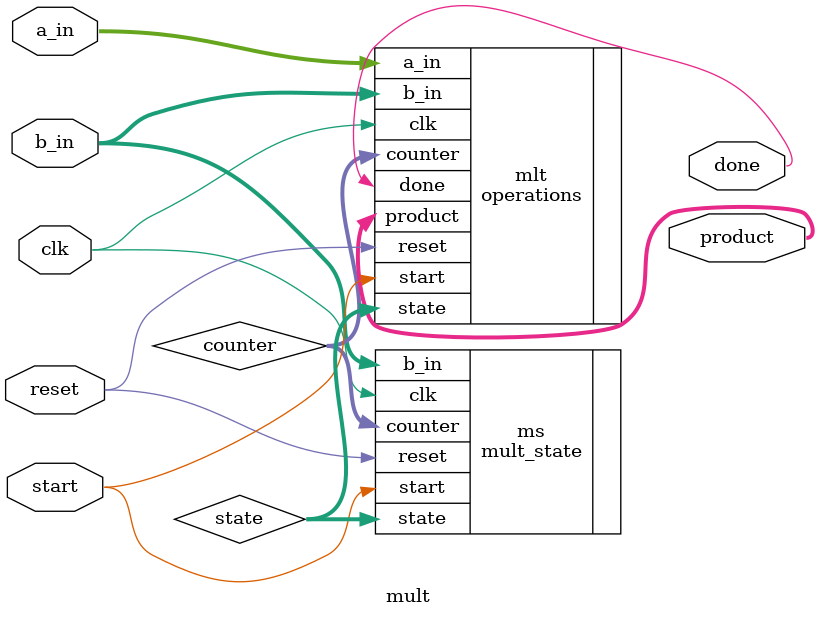
<source format=sv>

module mult(
input [31:0] a_in,
input [31:0] b_in,
input start,
input clk,
input reset,
output logic [63:0] product,
output logic done


);

//logic clk;
logic [5:0] counter;
logic [1:0] state;


mult_state ms(
	.state(state),
	.counter(counter),
	.start(start),
	.clk(clk),
	.reset(reset),
	.b_in(b_in)

);


operations mlt(	
	.state(state),
	.counter(counter),
	.start(start),
	.clk(clk),
	.reset(reset),
	.a_in(a_in),
	.b_in(b_in),
	.product(product),
	.done(done)
);    

endmodule


</source>
